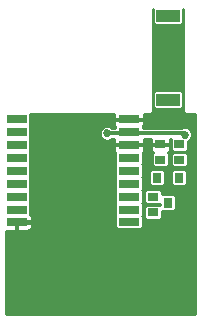
<source format=gbl>
G75*
%MOIN*%
%OFA0B0*%
%FSLAX25Y25*%
%IPPOS*%
%LPD*%
%AMOC8*
5,1,8,0,0,1.08239X$1,22.5*
%
%ADD10R,0.07874X0.03937*%
%ADD11R,0.07087X0.02756*%
%ADD12R,0.07087X0.03150*%
%ADD13R,0.03150X0.03543*%
%ADD14R,0.03543X0.02756*%
%ADD15C,0.01000*%
%ADD16C,0.02700*%
%ADD17C,0.01200*%
D10*
X0060095Y0087683D03*
X0060095Y0115636D03*
D11*
X0047009Y0081137D03*
X0047009Y0046885D03*
X0009607Y0046885D03*
X0009607Y0081137D03*
D12*
X0009607Y0077003D03*
X0009607Y0072673D03*
X0009607Y0068342D03*
X0009607Y0064011D03*
X0009607Y0059681D03*
X0009607Y0055350D03*
X0009607Y0051019D03*
X0047009Y0051019D03*
X0047009Y0055350D03*
X0047009Y0059681D03*
X0047009Y0064011D03*
X0047009Y0068342D03*
X0047009Y0072673D03*
X0047009Y0077003D03*
D13*
X0056355Y0061620D03*
X0063835Y0061620D03*
X0060095Y0053352D03*
D14*
X0055095Y0055242D03*
X0055095Y0050124D03*
X0057595Y0067624D03*
X0057595Y0072742D03*
X0063845Y0072742D03*
X0063845Y0067624D03*
D15*
X0006195Y0044007D02*
X0006195Y0016283D01*
X0068975Y0016283D01*
X0068975Y0082813D01*
X0065889Y0082813D01*
X0065245Y0083458D01*
X0065245Y0117833D01*
X0065132Y0117833D01*
X0065132Y0113212D01*
X0064488Y0112567D01*
X0055702Y0112567D01*
X0055058Y0113212D01*
X0055058Y0117833D01*
X0054945Y0117833D01*
X0054945Y0083933D01*
X0054945Y0083478D01*
X0054945Y0083478D01*
X0054945Y0083477D01*
X0054616Y0083148D01*
X0054301Y0082833D01*
X0054301Y0082833D01*
X0053844Y0082833D01*
X0052020Y0082832D01*
X0052052Y0082713D01*
X0052052Y0081326D01*
X0047198Y0081326D01*
X0047198Y0080948D01*
X0052052Y0080948D01*
X0052052Y0079562D01*
X0051950Y0079180D01*
X0051752Y0078838D01*
X0051652Y0078738D01*
X0051652Y0078116D01*
X0064336Y0078116D01*
X0064343Y0078124D01*
X0064380Y0078123D01*
X0065152Y0078443D01*
X0066127Y0078443D01*
X0067027Y0078070D01*
X0067717Y0077381D01*
X0068090Y0076481D01*
X0068090Y0075506D01*
X0067717Y0074605D01*
X0067027Y0073916D01*
X0066717Y0073788D01*
X0066717Y0070909D01*
X0066072Y0070264D01*
X0061618Y0070264D01*
X0060973Y0070909D01*
X0060973Y0074576D01*
X0061114Y0074716D01*
X0060755Y0074716D01*
X0060765Y0074699D01*
X0060867Y0074318D01*
X0060867Y0072931D01*
X0057784Y0072931D01*
X0057784Y0072553D01*
X0060867Y0072553D01*
X0060867Y0071167D01*
X0060765Y0070785D01*
X0060567Y0070443D01*
X0060288Y0070164D01*
X0059954Y0069971D01*
X0060467Y0069458D01*
X0060467Y0065790D01*
X0059822Y0065146D01*
X0055368Y0065146D01*
X0054723Y0065790D01*
X0054723Y0069458D01*
X0055237Y0069971D01*
X0054902Y0070164D01*
X0054623Y0070443D01*
X0054426Y0070785D01*
X0054323Y0071167D01*
X0054323Y0072553D01*
X0057406Y0072553D01*
X0057406Y0072931D01*
X0054323Y0072931D01*
X0054323Y0074318D01*
X0054426Y0074699D01*
X0054436Y0074716D01*
X0051979Y0074716D01*
X0052052Y0074445D01*
X0052052Y0072960D01*
X0047296Y0072960D01*
X0047296Y0072385D01*
X0052052Y0072385D01*
X0052052Y0070900D01*
X0051950Y0070519D01*
X0051752Y0070177D01*
X0051652Y0070077D01*
X0051652Y0066311D01*
X0051517Y0066177D01*
X0051652Y0066042D01*
X0051652Y0061981D01*
X0051517Y0061846D01*
X0051652Y0061711D01*
X0051652Y0057650D01*
X0051517Y0057515D01*
X0051652Y0057380D01*
X0051652Y0053319D01*
X0051517Y0053184D01*
X0051652Y0053050D01*
X0051652Y0048989D01*
X0051517Y0048854D01*
X0051652Y0048719D01*
X0051652Y0045052D01*
X0051007Y0044407D01*
X0043010Y0044407D01*
X0042365Y0045052D01*
X0042365Y0048719D01*
X0042500Y0048854D01*
X0042365Y0048989D01*
X0042365Y0053050D01*
X0042500Y0053184D01*
X0042365Y0053319D01*
X0042365Y0057380D01*
X0042500Y0057515D01*
X0042365Y0057650D01*
X0042365Y0061711D01*
X0042500Y0061846D01*
X0042365Y0061981D01*
X0042365Y0066042D01*
X0042500Y0066177D01*
X0042365Y0066311D01*
X0042365Y0070077D01*
X0042265Y0070177D01*
X0042067Y0070519D01*
X0041965Y0070900D01*
X0041965Y0072385D01*
X0046721Y0072385D01*
X0046721Y0072960D01*
X0041965Y0072960D01*
X0041965Y0074445D01*
X0042038Y0074716D01*
X0041525Y0074716D01*
X0041148Y0074339D01*
X0040248Y0073966D01*
X0039273Y0073966D01*
X0038373Y0074339D01*
X0037683Y0075029D01*
X0037310Y0075929D01*
X0037310Y0076904D01*
X0037683Y0077804D01*
X0038373Y0078493D01*
X0039273Y0078866D01*
X0040248Y0078866D01*
X0041148Y0078493D01*
X0041525Y0078116D01*
X0042365Y0078116D01*
X0042365Y0078738D01*
X0042265Y0078838D01*
X0042067Y0079180D01*
X0041965Y0079562D01*
X0041965Y0080948D01*
X0046819Y0080948D01*
X0046819Y0081326D01*
X0041965Y0081326D01*
X0041965Y0082713D01*
X0041996Y0082828D01*
X0014250Y0082817D01*
X0014250Y0079304D01*
X0014115Y0079169D01*
X0014250Y0079034D01*
X0014250Y0074973D01*
X0014115Y0074838D01*
X0014250Y0074703D01*
X0014250Y0070642D01*
X0014115Y0070507D01*
X0014250Y0070372D01*
X0014250Y0066311D01*
X0014115Y0066177D01*
X0014250Y0066042D01*
X0014250Y0061981D01*
X0014115Y0061846D01*
X0014250Y0061711D01*
X0014250Y0057650D01*
X0014115Y0057515D01*
X0014250Y0057380D01*
X0014250Y0053319D01*
X0014115Y0053184D01*
X0014250Y0053050D01*
X0014250Y0049284D01*
X0014351Y0049184D01*
X0014548Y0048842D01*
X0014650Y0048461D01*
X0014650Y0047074D01*
X0009796Y0047074D01*
X0009796Y0046696D01*
X0009796Y0044007D01*
X0013348Y0044007D01*
X0013729Y0044110D01*
X0014071Y0044307D01*
X0014351Y0044586D01*
X0014548Y0044928D01*
X0014650Y0045310D01*
X0014650Y0046696D01*
X0009796Y0046696D01*
X0009418Y0046696D01*
X0009418Y0044007D01*
X0006195Y0044007D01*
X0006195Y0043141D02*
X0068975Y0043141D01*
X0068975Y0042143D02*
X0006195Y0042143D01*
X0006195Y0041144D02*
X0068975Y0041144D01*
X0068975Y0040146D02*
X0006195Y0040146D01*
X0006195Y0039147D02*
X0068975Y0039147D01*
X0068975Y0038149D02*
X0006195Y0038149D01*
X0006195Y0037150D02*
X0068975Y0037150D01*
X0068975Y0036152D02*
X0006195Y0036152D01*
X0006195Y0035153D02*
X0068975Y0035153D01*
X0068975Y0034155D02*
X0006195Y0034155D01*
X0006195Y0033156D02*
X0068975Y0033156D01*
X0068975Y0032158D02*
X0006195Y0032158D01*
X0006195Y0031159D02*
X0068975Y0031159D01*
X0068975Y0030161D02*
X0006195Y0030161D01*
X0006195Y0029162D02*
X0068975Y0029162D01*
X0068975Y0028164D02*
X0006195Y0028164D01*
X0006195Y0027165D02*
X0068975Y0027165D01*
X0068975Y0026167D02*
X0006195Y0026167D01*
X0006195Y0025168D02*
X0068975Y0025168D01*
X0068975Y0024170D02*
X0006195Y0024170D01*
X0006195Y0023171D02*
X0068975Y0023171D01*
X0068975Y0022173D02*
X0006195Y0022173D01*
X0006195Y0021174D02*
X0068975Y0021174D01*
X0068975Y0020176D02*
X0006195Y0020176D01*
X0006195Y0019177D02*
X0068975Y0019177D01*
X0068975Y0018179D02*
X0006195Y0018179D01*
X0006195Y0017180D02*
X0068975Y0017180D01*
X0068975Y0044140D02*
X0013782Y0044140D01*
X0014604Y0045138D02*
X0042365Y0045138D01*
X0042365Y0046137D02*
X0014650Y0046137D01*
X0014650Y0047135D02*
X0042365Y0047135D01*
X0042365Y0048134D02*
X0014650Y0048134D01*
X0014380Y0049132D02*
X0042365Y0049132D01*
X0042365Y0050131D02*
X0014250Y0050131D01*
X0014250Y0051129D02*
X0042365Y0051129D01*
X0042365Y0052128D02*
X0014250Y0052128D01*
X0014173Y0053127D02*
X0042442Y0053127D01*
X0042365Y0054125D02*
X0014250Y0054125D01*
X0014250Y0055124D02*
X0042365Y0055124D01*
X0042365Y0056122D02*
X0014250Y0056122D01*
X0014250Y0057121D02*
X0042365Y0057121D01*
X0042365Y0058119D02*
X0014250Y0058119D01*
X0014250Y0059118D02*
X0042365Y0059118D01*
X0042365Y0060116D02*
X0014250Y0060116D01*
X0014250Y0061115D02*
X0042365Y0061115D01*
X0042365Y0062113D02*
X0014250Y0062113D01*
X0014250Y0063112D02*
X0042365Y0063112D01*
X0042365Y0064110D02*
X0014250Y0064110D01*
X0014250Y0065109D02*
X0042365Y0065109D01*
X0042431Y0066107D02*
X0014185Y0066107D01*
X0014250Y0067106D02*
X0042365Y0067106D01*
X0042365Y0068104D02*
X0014250Y0068104D01*
X0014250Y0069103D02*
X0042365Y0069103D01*
X0042341Y0070101D02*
X0014250Y0070101D01*
X0014250Y0071100D02*
X0041965Y0071100D01*
X0041965Y0072098D02*
X0014250Y0072098D01*
X0014250Y0073097D02*
X0041965Y0073097D01*
X0041965Y0074095D02*
X0040559Y0074095D01*
X0038962Y0074095D02*
X0014250Y0074095D01*
X0014250Y0075094D02*
X0037656Y0075094D01*
X0037310Y0076092D02*
X0014250Y0076092D01*
X0014250Y0077091D02*
X0037388Y0077091D01*
X0037969Y0078089D02*
X0014250Y0078089D01*
X0014196Y0079088D02*
X0042121Y0079088D01*
X0041965Y0080086D02*
X0014250Y0080086D01*
X0014250Y0081085D02*
X0046819Y0081085D01*
X0047198Y0081085D02*
X0068975Y0081085D01*
X0068975Y0082083D02*
X0052052Y0082083D01*
X0052052Y0080086D02*
X0068975Y0080086D01*
X0068975Y0079088D02*
X0051896Y0079088D01*
X0054301Y0082833D02*
X0054301Y0082833D01*
X0054550Y0083082D02*
X0065621Y0083082D01*
X0065245Y0084080D02*
X0054945Y0084080D01*
X0055702Y0084615D02*
X0064488Y0084615D01*
X0065132Y0085259D01*
X0065132Y0090107D01*
X0064488Y0090752D01*
X0055702Y0090752D01*
X0055058Y0090107D01*
X0055058Y0085259D01*
X0055702Y0084615D01*
X0055238Y0085079D02*
X0054945Y0085079D01*
X0054945Y0086077D02*
X0055058Y0086077D01*
X0055058Y0087076D02*
X0054945Y0087076D01*
X0054945Y0088074D02*
X0055058Y0088074D01*
X0055058Y0089073D02*
X0054945Y0089073D01*
X0054945Y0090071D02*
X0055058Y0090071D01*
X0054945Y0091070D02*
X0065245Y0091070D01*
X0065245Y0092068D02*
X0054945Y0092068D01*
X0054945Y0093067D02*
X0065245Y0093067D01*
X0065245Y0094065D02*
X0054945Y0094065D01*
X0054945Y0095064D02*
X0065245Y0095064D01*
X0065245Y0096062D02*
X0054945Y0096062D01*
X0054945Y0097061D02*
X0065245Y0097061D01*
X0065245Y0098060D02*
X0054945Y0098060D01*
X0054945Y0099058D02*
X0065245Y0099058D01*
X0065245Y0100057D02*
X0054945Y0100057D01*
X0054945Y0101055D02*
X0065245Y0101055D01*
X0065245Y0102054D02*
X0054945Y0102054D01*
X0054945Y0103052D02*
X0065245Y0103052D01*
X0065245Y0104051D02*
X0054945Y0104051D01*
X0054945Y0105049D02*
X0065245Y0105049D01*
X0065245Y0106048D02*
X0054945Y0106048D01*
X0054945Y0107046D02*
X0065245Y0107046D01*
X0065245Y0108045D02*
X0054945Y0108045D01*
X0054945Y0109043D02*
X0065245Y0109043D01*
X0065245Y0110042D02*
X0054945Y0110042D01*
X0054945Y0111040D02*
X0065245Y0111040D01*
X0065245Y0112039D02*
X0054945Y0112039D01*
X0054945Y0113037D02*
X0055233Y0113037D01*
X0055058Y0114036D02*
X0054945Y0114036D01*
X0054945Y0115034D02*
X0055058Y0115034D01*
X0055058Y0116033D02*
X0054945Y0116033D01*
X0054945Y0117031D02*
X0055058Y0117031D01*
X0065132Y0117031D02*
X0065245Y0117031D01*
X0065245Y0116033D02*
X0065132Y0116033D01*
X0065132Y0115034D02*
X0065245Y0115034D01*
X0065245Y0114036D02*
X0065132Y0114036D01*
X0065245Y0113037D02*
X0064958Y0113037D01*
X0065132Y0090071D02*
X0065245Y0090071D01*
X0065245Y0089073D02*
X0065132Y0089073D01*
X0065132Y0088074D02*
X0065245Y0088074D01*
X0065245Y0087076D02*
X0065132Y0087076D01*
X0065132Y0086077D02*
X0065245Y0086077D01*
X0065245Y0085079D02*
X0064952Y0085079D01*
X0066981Y0078089D02*
X0068975Y0078089D01*
X0068975Y0077091D02*
X0067837Y0077091D01*
X0068090Y0076092D02*
X0068975Y0076092D01*
X0068975Y0075094D02*
X0067919Y0075094D01*
X0067206Y0074095D02*
X0068975Y0074095D01*
X0068975Y0073097D02*
X0066717Y0073097D01*
X0066717Y0072098D02*
X0068975Y0072098D01*
X0068975Y0071100D02*
X0066717Y0071100D01*
X0066072Y0070102D02*
X0066717Y0069458D01*
X0066717Y0065790D01*
X0066072Y0065146D01*
X0061618Y0065146D01*
X0060973Y0065790D01*
X0060973Y0069458D01*
X0061618Y0070102D01*
X0066072Y0070102D01*
X0066073Y0070101D02*
X0068975Y0070101D01*
X0068975Y0069103D02*
X0066717Y0069103D01*
X0066717Y0068104D02*
X0068975Y0068104D01*
X0068975Y0067106D02*
X0066717Y0067106D01*
X0066717Y0066107D02*
X0068975Y0066107D01*
X0068975Y0065109D02*
X0051652Y0065109D01*
X0051652Y0064110D02*
X0053943Y0064110D01*
X0053680Y0063847D02*
X0053680Y0059393D01*
X0054325Y0058748D01*
X0058385Y0058748D01*
X0059030Y0059393D01*
X0059030Y0063847D01*
X0058385Y0064492D01*
X0054325Y0064492D01*
X0053680Y0063847D01*
X0053680Y0063112D02*
X0051652Y0063112D01*
X0051652Y0062113D02*
X0053680Y0062113D01*
X0053680Y0061115D02*
X0051652Y0061115D01*
X0051652Y0060116D02*
X0053680Y0060116D01*
X0053955Y0059118D02*
X0051652Y0059118D01*
X0051652Y0058119D02*
X0068975Y0058119D01*
X0068975Y0057121D02*
X0057922Y0057121D01*
X0057967Y0057076D02*
X0057322Y0057720D01*
X0052868Y0057720D01*
X0052223Y0057076D01*
X0052223Y0053409D01*
X0052868Y0052764D01*
X0057322Y0052764D01*
X0057420Y0052862D01*
X0057420Y0052504D01*
X0057322Y0052602D01*
X0052868Y0052602D01*
X0052223Y0051958D01*
X0052223Y0048290D01*
X0052868Y0047646D01*
X0057322Y0047646D01*
X0057967Y0048290D01*
X0057967Y0050579D01*
X0058065Y0050481D01*
X0062126Y0050481D01*
X0062770Y0051125D01*
X0062770Y0055580D01*
X0062126Y0056224D01*
X0058065Y0056224D01*
X0057967Y0056126D01*
X0057967Y0057076D01*
X0058755Y0059118D02*
X0061436Y0059118D01*
X0061160Y0059393D02*
X0061805Y0058748D01*
X0065866Y0058748D01*
X0066510Y0059393D01*
X0066510Y0063847D01*
X0065866Y0064492D01*
X0061805Y0064492D01*
X0061160Y0063847D01*
X0061160Y0059393D01*
X0061160Y0060116D02*
X0059030Y0060116D01*
X0059030Y0061115D02*
X0061160Y0061115D01*
X0061160Y0062113D02*
X0059030Y0062113D01*
X0059030Y0063112D02*
X0061160Y0063112D01*
X0061423Y0064110D02*
X0058767Y0064110D01*
X0060467Y0066107D02*
X0060973Y0066107D01*
X0060973Y0067106D02*
X0060467Y0067106D01*
X0060467Y0068104D02*
X0060973Y0068104D01*
X0060973Y0069103D02*
X0060467Y0069103D01*
X0060179Y0070101D02*
X0061617Y0070101D01*
X0060973Y0071100D02*
X0060849Y0071100D01*
X0060867Y0072098D02*
X0060973Y0072098D01*
X0060973Y0073097D02*
X0060867Y0073097D01*
X0060867Y0074095D02*
X0060973Y0074095D01*
X0054323Y0074095D02*
X0052052Y0074095D01*
X0052052Y0073097D02*
X0054323Y0073097D01*
X0054323Y0072098D02*
X0052052Y0072098D01*
X0052052Y0071100D02*
X0054341Y0071100D01*
X0055011Y0070101D02*
X0051677Y0070101D01*
X0051652Y0069103D02*
X0054723Y0069103D01*
X0054723Y0068104D02*
X0051652Y0068104D01*
X0051652Y0067106D02*
X0054723Y0067106D01*
X0054723Y0066107D02*
X0051586Y0066107D01*
X0051652Y0057121D02*
X0052268Y0057121D01*
X0052223Y0056122D02*
X0051652Y0056122D01*
X0051652Y0055124D02*
X0052223Y0055124D01*
X0052223Y0054125D02*
X0051652Y0054125D01*
X0051575Y0053127D02*
X0052506Y0053127D01*
X0052394Y0052128D02*
X0051652Y0052128D01*
X0051652Y0051129D02*
X0052223Y0051129D01*
X0052223Y0050131D02*
X0051652Y0050131D01*
X0051652Y0049132D02*
X0052223Y0049132D01*
X0052380Y0048134D02*
X0051652Y0048134D01*
X0051652Y0047135D02*
X0068975Y0047135D01*
X0068975Y0046137D02*
X0051652Y0046137D01*
X0051652Y0045138D02*
X0068975Y0045138D01*
X0068975Y0048134D02*
X0057810Y0048134D01*
X0057967Y0049132D02*
X0068975Y0049132D01*
X0068975Y0050131D02*
X0057967Y0050131D01*
X0062770Y0051129D02*
X0068975Y0051129D01*
X0068975Y0052128D02*
X0062770Y0052128D01*
X0062770Y0053127D02*
X0068975Y0053127D01*
X0068975Y0054125D02*
X0062770Y0054125D01*
X0062770Y0055124D02*
X0068975Y0055124D01*
X0068975Y0056122D02*
X0062228Y0056122D01*
X0066235Y0059118D02*
X0068975Y0059118D01*
X0068975Y0060116D02*
X0066510Y0060116D01*
X0066510Y0061115D02*
X0068975Y0061115D01*
X0068975Y0062113D02*
X0066510Y0062113D01*
X0066510Y0063112D02*
X0068975Y0063112D01*
X0068975Y0064110D02*
X0066247Y0064110D01*
X0041965Y0082083D02*
X0014250Y0082083D01*
X0009796Y0046137D02*
X0009418Y0046137D01*
X0009418Y0045138D02*
X0009796Y0045138D01*
X0009796Y0044140D02*
X0009418Y0044140D01*
D16*
X0029070Y0049483D03*
X0032133Y0043358D03*
X0033970Y0039071D03*
X0038870Y0034783D03*
X0041320Y0030496D03*
X0040095Y0024371D03*
X0040095Y0018246D03*
X0061408Y0036946D03*
X0059570Y0042458D03*
X0063858Y0047358D03*
X0065083Y0053483D03*
X0060795Y0057158D03*
X0065640Y0075993D03*
X0065843Y0081108D03*
X0039760Y0076416D03*
X0035735Y0053421D03*
X0063245Y0031433D03*
X0062633Y0025308D03*
X0062633Y0019183D03*
D17*
X0065443Y0075993D02*
X0065640Y0075993D01*
X0065443Y0075993D02*
X0065029Y0076416D01*
X0039760Y0076416D01*
M02*

</source>
